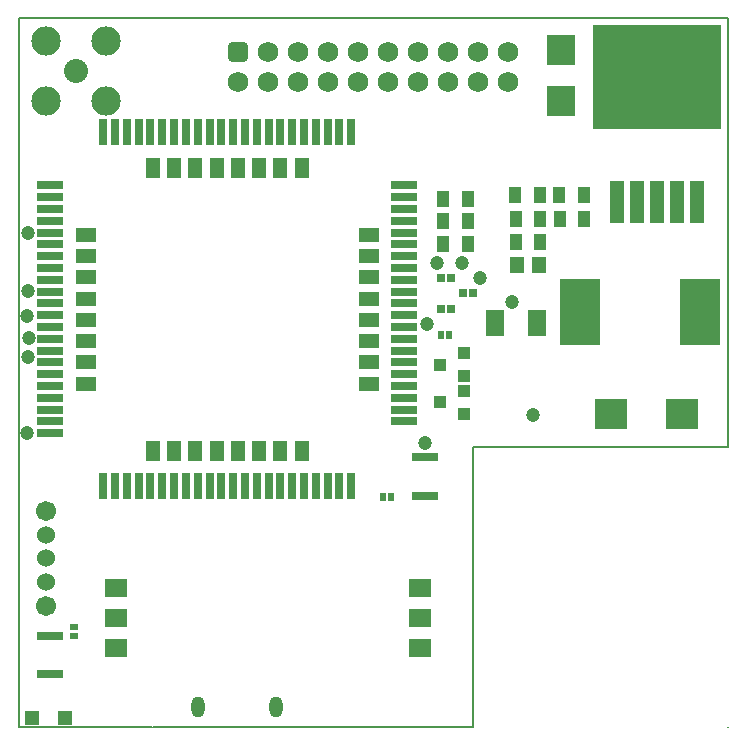
<source format=gts>
G04*
G04 #@! TF.GenerationSoftware,Altium Limited,Altium Designer,21.2.2 (38)*
G04*
G04 Layer_Color=8388736*
%FSLAX25Y25*%
%MOIN*%
G70*
G04*
G04 #@! TF.SameCoordinates,6CE54949-C0DA-46BE-907D-7ABA0CCCE0FB*
G04*
G04*
G04 #@! TF.FilePolarity,Negative*
G04*
G01*
G75*
%ADD15C,0.00787*%
%ADD41R,0.07493X0.05918*%
%ADD42R,0.02375X0.03162*%
%ADD43R,0.03162X0.02375*%
%ADD44R,0.08674X0.02965*%
%ADD45R,0.04737X0.04737*%
%ADD46C,0.04737*%
%ADD47R,0.04343X0.05524*%
%ADD48R,0.04934X0.05524*%
%ADD49R,0.02965X0.03162*%
%ADD50R,0.04343X0.03950*%
%ADD51R,0.06312X0.08674*%
%ADD52R,0.13398X0.22060*%
%ADD53R,0.10839X0.10446*%
%ADD54R,0.09265X0.10446*%
%ADD55R,0.08674X0.03162*%
%ADD56R,0.05131X0.07099*%
%ADD57R,0.07099X0.05131*%
%ADD58R,0.03162X0.08674*%
%ADD59C,0.06902*%
G04:AMPARAMS|DCode=60|XSize=69.02mil|YSize=69.02mil|CornerRadius=19.26mil|HoleSize=0mil|Usage=FLASHONLY|Rotation=0.000|XOffset=0mil|YOffset=0mil|HoleType=Round|Shape=RoundedRectangle|*
%AMROUNDEDRECTD60*
21,1,0.06902,0.03051,0,0,0.0*
21,1,0.03051,0.06902,0,0,0.0*
1,1,0.03851,0.01526,-0.01526*
1,1,0.03851,-0.01526,-0.01526*
1,1,0.03851,-0.01526,0.01526*
1,1,0.03851,0.01526,0.01526*
%
%ADD60ROUNDEDRECTD60*%
%ADD61O,0.04343X0.07099*%
%ADD62C,0.06000*%
%ADD63C,0.06700*%
%ADD64C,0.09800*%
%ADD65C,0.08000*%
G36*
X234016Y199469D02*
X191339D01*
Y233878D01*
X234016D01*
Y199469D01*
D02*
G37*
G36*
X228307Y167972D02*
X223819D01*
Y181909D01*
X228307D01*
Y167972D01*
D02*
G37*
G36*
X221614D02*
X217126D01*
Y181909D01*
X221614D01*
Y167972D01*
D02*
G37*
G36*
X214921D02*
X210433D01*
Y181909D01*
X214921D01*
Y167972D01*
D02*
G37*
G36*
X208228D02*
X203740D01*
Y181909D01*
X208228D01*
Y167972D01*
D02*
G37*
G36*
X201535D02*
X197047D01*
Y181909D01*
X201535D01*
Y167972D01*
D02*
G37*
D15*
X236221Y190925D02*
Y236221D01*
X0D02*
X236221D01*
Y158150D02*
Y190925D01*
X151358Y20D02*
Y93189D01*
X44587Y20D02*
X151358D01*
Y93189D02*
X236221D01*
X0Y0D02*
X44488D01*
X0Y181791D02*
X0Y0D01*
X236221Y93189D02*
Y158150D01*
X0Y181791D02*
Y236221D01*
X236201Y20D02*
X236201Y20D01*
D41*
X133555Y46181D02*
D03*
Y36181D02*
D03*
Y26181D02*
D03*
X32370Y46181D02*
D03*
Y36181D02*
D03*
Y26181D02*
D03*
D42*
X140650Y130787D02*
D03*
X143405D02*
D03*
X121181Y76575D02*
D03*
X123937D02*
D03*
D43*
X18445Y30472D02*
D03*
Y33228D02*
D03*
D44*
X135374Y89882D02*
D03*
Y77087D02*
D03*
X10295Y30453D02*
D03*
Y17658D02*
D03*
D45*
X4287Y2902D02*
D03*
X15311D02*
D03*
D46*
X2913Y164803D02*
D03*
X147559Y154764D02*
D03*
X139488Y154803D02*
D03*
X153524Y149705D02*
D03*
X136161Y134272D02*
D03*
X135374Y94784D02*
D03*
X164389Y141791D02*
D03*
X171437Y103898D02*
D03*
X3071Y145197D02*
D03*
X2776Y137165D02*
D03*
X3248Y129626D02*
D03*
X2736Y97894D02*
D03*
X3130Y123248D02*
D03*
D47*
X180138Y177323D02*
D03*
X188406D02*
D03*
X180217Y169370D02*
D03*
X188484D02*
D03*
X165571Y169311D02*
D03*
X173839D02*
D03*
X173819Y161673D02*
D03*
X165551D02*
D03*
X149705Y176122D02*
D03*
X141437D02*
D03*
X141476Y168583D02*
D03*
X149744D02*
D03*
X141398Y161043D02*
D03*
X149665D02*
D03*
X173760Y177342D02*
D03*
X165492D02*
D03*
D48*
X166024Y154075D02*
D03*
X173504D02*
D03*
D49*
X144153Y149724D02*
D03*
X140807D02*
D03*
X151476Y144587D02*
D03*
X148130D02*
D03*
X144134Y139409D02*
D03*
X140787D02*
D03*
D50*
X148248Y117067D02*
D03*
Y124547D02*
D03*
X140374Y120807D02*
D03*
Y108209D02*
D03*
X148248Y111949D02*
D03*
Y104469D02*
D03*
D51*
X158563Y134784D02*
D03*
X172736D02*
D03*
D52*
X187165Y138504D02*
D03*
X226929D02*
D03*
D53*
X197283Y104232D02*
D03*
X221102D02*
D03*
D54*
X180591Y225689D02*
D03*
Y208760D02*
D03*
D55*
X128484Y145158D02*
D03*
Y149094D02*
D03*
X10374Y180591D02*
D03*
Y176654D02*
D03*
Y172717D02*
D03*
Y168780D02*
D03*
Y164842D02*
D03*
X128484Y101850D02*
D03*
X128484Y105787D02*
D03*
Y109724D02*
D03*
Y113661D02*
D03*
Y117598D02*
D03*
Y121535D02*
D03*
Y125472D02*
D03*
Y129409D02*
D03*
Y133346D02*
D03*
Y137284D02*
D03*
Y141220D02*
D03*
Y153032D02*
D03*
Y156968D02*
D03*
Y160906D02*
D03*
Y164842D02*
D03*
X128484Y168780D02*
D03*
X128484Y172717D02*
D03*
Y176654D02*
D03*
Y180591D02*
D03*
X10374Y160906D02*
D03*
Y156968D02*
D03*
Y153032D02*
D03*
Y149094D02*
D03*
Y145158D02*
D03*
Y141220D02*
D03*
Y137284D02*
D03*
Y133346D02*
D03*
Y129409D02*
D03*
Y125472D02*
D03*
Y121535D02*
D03*
Y117598D02*
D03*
Y113661D02*
D03*
Y109724D02*
D03*
Y105787D02*
D03*
Y101850D02*
D03*
Y97913D02*
D03*
D56*
X94232Y92008D02*
D03*
X87146Y92008D02*
D03*
X80059D02*
D03*
X72973D02*
D03*
X65886Y92008D02*
D03*
X58799D02*
D03*
X51713D02*
D03*
X44626Y186496D02*
D03*
X51713D02*
D03*
X58799D02*
D03*
X65886D02*
D03*
X72972D02*
D03*
X80059D02*
D03*
X87146D02*
D03*
X44626Y92008D02*
D03*
X94232Y186496D02*
D03*
D57*
X22185Y114449D02*
D03*
Y121535D02*
D03*
Y128622D02*
D03*
Y135709D02*
D03*
X22185Y142795D02*
D03*
Y149882D02*
D03*
X22185Y156968D02*
D03*
Y164055D02*
D03*
X116673Y121535D02*
D03*
Y128622D02*
D03*
Y135709D02*
D03*
Y142795D02*
D03*
Y149882D02*
D03*
Y156968D02*
D03*
Y164055D02*
D03*
Y114449D02*
D03*
D58*
X110768Y198307D02*
D03*
X106831D02*
D03*
X102894D02*
D03*
X98957D02*
D03*
X95020D02*
D03*
X91083D02*
D03*
X87146D02*
D03*
X83209D02*
D03*
X79272D02*
D03*
X75335D02*
D03*
X71398D02*
D03*
X67461D02*
D03*
X63524D02*
D03*
X59587D02*
D03*
X55650D02*
D03*
X51713D02*
D03*
X47776D02*
D03*
X43839D02*
D03*
X39902Y198307D02*
D03*
X35965Y198307D02*
D03*
X32028D02*
D03*
X28091D02*
D03*
X55650Y80197D02*
D03*
X59587D02*
D03*
X63524D02*
D03*
X67461D02*
D03*
X71398D02*
D03*
X75335D02*
D03*
X79272D02*
D03*
X83209D02*
D03*
X87146D02*
D03*
X91083D02*
D03*
X95020D02*
D03*
X98957D02*
D03*
X102894D02*
D03*
X106831D02*
D03*
X110768D02*
D03*
X28091D02*
D03*
X32028D02*
D03*
X35965D02*
D03*
X39902D02*
D03*
X43839D02*
D03*
X47776D02*
D03*
X51713D02*
D03*
D59*
X163110Y215079D02*
D03*
X153110D02*
D03*
X143110D02*
D03*
X133110D02*
D03*
X123110D02*
D03*
X113110D02*
D03*
X103110D02*
D03*
X93110D02*
D03*
X83110D02*
D03*
X73110D02*
D03*
X163110Y225079D02*
D03*
X153110D02*
D03*
X143110D02*
D03*
X133110D02*
D03*
X123110D02*
D03*
X113110D02*
D03*
X103110D02*
D03*
X93110D02*
D03*
X83110D02*
D03*
D60*
X73110D02*
D03*
D61*
X59842Y6752D02*
D03*
X85827D02*
D03*
D62*
X8996Y64114D02*
D03*
Y56240D02*
D03*
Y48366D02*
D03*
D63*
Y71988D02*
D03*
Y40492D02*
D03*
D64*
X8846Y208539D02*
D03*
X28846D02*
D03*
Y228539D02*
D03*
X8846D02*
D03*
D65*
X18846Y218539D02*
D03*
M02*

</source>
